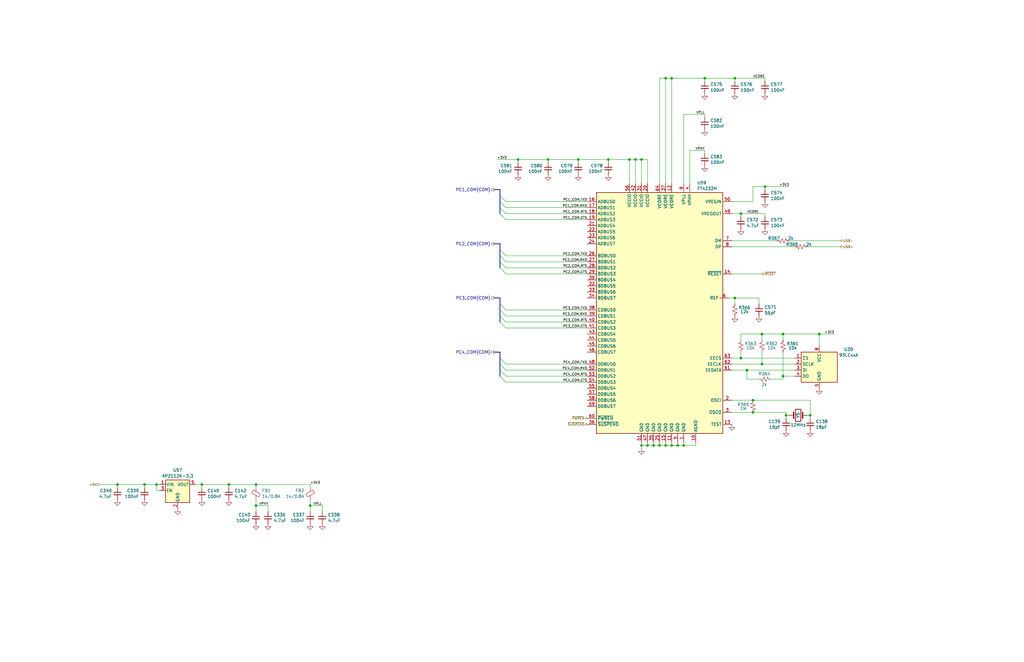
<source format=kicad_sch>
(kicad_sch (version 20250114) (generator "eeschema") (generator_version "9.0")
  (paper "B")
  (lib_symbols
    (symbol "Device:C_Small" (pin_numbers (hide yes)) (pin_names (offset 0.254) (hide yes))
      (property "Reference" "C" (at 0.254 1.778 0))
      (property "Value" "C_Small" (at 0.254 -2.032 0))
      (symbol "C_Small_0_1"
        (polyline (pts (xy -1.524 0.508) (xy 1.524 0.508)) (stroke (width 0.3048)))
        (polyline (pts (xy -1.524 -0.508) (xy 1.524 -0.508)) (stroke (width 0.3302)))
      )
      (symbol "C_Small_1_1"
        (pin passive line (at 0 2.54 270) (length 2.032) (name "~") (number "1"))
        (pin passive line (at 0 -2.54 90) (length 2.032) (name "~") (number "2"))
      )
    )
    (symbol "Device:Crystal" (pin_numbers (hide yes)) (pin_names (offset 1.016) (hide yes))
      (property "Reference" "Y" (at 0 3.81 0))
      (property "Value" "Crystal" (at 0 -3.81 0))
      (symbol "Crystal_0_1"
        (polyline (pts (xy -2.54 0) (xy -1.905 0)))
        (polyline (pts (xy -1.905 -1.27) (xy -1.905 1.27)) (stroke (width 0.508)))
        (rectangle (start -1.143 2.54) (end 1.143 -2.54) (stroke (width 0.3048)))
        (polyline (pts (xy 1.905 -1.27) (xy 1.905 1.27)) (stroke (width 0.508)))
        (polyline (pts (xy 2.54 0) (xy 1.905 0)))
      )
      (symbol "Crystal_1_1"
        (pin passive line (at -3.81 0 0) (length 1.27) (name "1") (number "1"))
        (pin passive line (at 3.81 0 180) (length 1.27) (name "2") (number "2"))
      )
    )
    (symbol "Device:FerriteBead_Small" (pin_numbers (hide yes)) (pin_names (offset 0))
      (property "Reference" "FB" (at 1.905 1.27 0))
      (property "Value" "FerriteBead_Small" (at 1.905 -1.27 0))
      (symbol "FerriteBead_Small_0_1"
        (polyline (pts (xy -1.8288 0.2794) (xy -1.1176 1.4986) (xy 1.8288 -0.2032) (xy 1.1176 -1.4224) (xy -1.8288 0.2794)))
        (polyline (pts (xy 0 0.889) (xy 0 1.2954)))
        (polyline (pts (xy 0 -1.27) (xy 0 -0.7874)))
      )
      (symbol "FerriteBead_Small_1_1"
        (pin passive line (at 0 2.54 270) (length 1.27) (name "~") (number "1"))
        (pin passive line (at 0 -2.54 90) (length 1.27) (name "~") (number "2"))
      )
    )
    (symbol "Device:R_Small_US" (pin_numbers (hide yes)) (pin_names (offset 0.254) (hide yes))
      (property "Reference" "R" (at 0.762 0.508 0))
      (property "Value" "R_Small_US" (at 0.762 -1.016 0))
      (symbol "R_Small_US_1_1"
        (polyline (pts (xy 0 1.524) (xy 1.016 1.143) (xy 0 0.762) (xy -1.016 0.381) (xy 0 0)))
        (polyline (pts (xy 0 0) (xy 1.016 -0.381) (xy 0 -0.762) (xy -1.016 -1.143) (xy 0 -1.524)))
        (pin passive line (at 0 2.54 270) (length 1.016) (name "~") (number "1"))
        (pin passive line (at 0 -2.54 90) (length 1.016) (name "~") (number "2"))
      )
    )
    (symbol "Interface_USB:FT4232H"
      (property "Reference" "U59" (at -15.8181 56.2145 0))
      (property "Value" "FT4232H" (at -15.8181 53.7902 0))
      (symbol "FT4232H_0_1"
        (rectangle (start -26.67 -49.53) (end 26.67 52.07) (stroke (width 0.254)) (fill (type background)))
      )
      (symbol "FT4232H_1_1"
        (pin power_in line (at -30.48 48.26 0) (length 3.81) (name "VREGIN") (number "50"))
        (pin power_out line (at -30.48 43.18 0) (length 3.81) (name "VREGOUT") (number "49"))
        (pin bidirectional line (at -30.48 31.75 0) (length 3.81) (name "DM") (number "7"))
        (pin bidirectional line (at -30.48 29.21 0) (length 3.81) (name "DP") (number "8"))
        (pin input line (at -30.48 17.78 0) (length 3.81) (name "~{RESET}") (number "14"))
        (pin output line (at -30.48 -17.78 0) (length 3.81) (name "EECS") (number "63"))
        (pin output line (at -30.48 -20.32 0) (length 3.81) (name "EECLK") (number "62"))
        (pin bidirectional line (at -30.48 -22.86 0) (length 3.81) (name "EEDATA") (number "61"))
        (pin input line (at -30.48 -35.56 0) (length 3.81) (name "OSCI") (number "2"))
        (pin output line (at -30.48 -40.64 0) (length 3.81) (name "OSCO") (number "3"))
        (pin input line (at -30.48 -45.72 0) (length 3.81) (name "TEST") (number "13"))
        (pin input line (at -29.21 7.62 0) (length 3.81) (name "REF") (number "6"))
        (pin power_in line (at -15.24 -53.34 90) (length 3.81) (name "AGND") (number "10"))
        (pin power_in line (at -12.7 55.88 270) (length 3.81) (name "VPHY") (number "4"))
        (pin power_in line (at -10.16 55.88 270) (length 3.81) (name "VPLL") (number "9"))
        (pin power_in line (at -10.16 -53.34 90) (length 3.81) (name "GND") (number "1"))
        (pin power_in line (at -7.62 -53.34 90) (length 3.81) (name "GND") (number "5"))
        (pin power_in line (at -5.08 55.88 270) (length 3.81) (name "VCORE") (number "12"))
        (pin power_in line (at -5.08 -53.34 90) (length 3.81) (name "GND") (number "11"))
        (pin power_in line (at -2.54 55.88 270) (length 3.81) (name "VCORE") (number "37"))
        (pin power_in line (at -2.54 -53.34 90) (length 3.81) (name "GND") (number "15"))
        (pin power_in line (at 0 55.88 270) (length 3.81) (name "VCORE") (number "64"))
        (pin power_in line (at 0 -53.34 90) (length 3.81) (name "GND") (number "25"))
        (pin power_in line (at 2.54 -53.34 90) (length 3.81) (name "GND") (number "35"))
        (pin power_in line (at 5.08 55.88 270) (length 3.81) (name "VCCIO") (number "20"))
        (pin power_in line (at 5.08 -53.34 90) (length 3.81) (name "GND") (number "47"))
        (pin power_in line (at 7.62 55.88 270) (length 3.81) (name "VCCIO") (number "31"))
        (pin power_in line (at 7.62 -53.34 90) (length 3.81) (name "GND") (number "51"))
        (pin power_in line (at 10.16 55.88 270) (length 3.81) (name "VCCIO") (number "42"))
        (pin power_in line (at 12.7 55.88 270) (length 3.81) (name "VCCIO") (number "56"))
        (pin bidirectional line (at 30.48 48.26 180) (length 3.81) (name "ADBUS0") (number "16"))
        (pin bidirectional line (at 30.48 45.72 180) (length 3.81) (name "ADBUS1") (number "17"))
        (pin bidirectional line (at 30.48 43.18 180) (length 3.81) (name "ADBUS2") (number "18"))
        (pin bidirectional line (at 30.48 40.64 180) (length 3.81) (name "ADBUS3") (number "19"))
        (pin bidirectional line (at 30.48 38.1 180) (length 3.81) (name "ADBUS4") (number "21"))
        (pin bidirectional line (at 30.48 35.56 180) (length 3.81) (name "ADBUS5") (number "22"))
        (pin bidirectional line (at 30.48 33.02 180) (length 3.81) (name "ADBUS6") (number "23"))
        (pin bidirectional line (at 30.48 30.48 180) (length 3.81) (name "ADBUS7") (number "24"))
        (pin bidirectional line (at 30.48 25.4 180) (length 3.81) (name "BDBUS0") (number "26"))
        (pin bidirectional line (at 30.48 22.86 180) (length 3.81) (name "BDBUS1") (number "27"))
        (pin bidirectional line (at 30.48 20.32 180) (length 3.81) (name "BDBUS2") (number "28"))
        (pin bidirectional line (at 30.48 17.78 180) (length 3.81) (name "BDBUS3") (number "29"))
        (pin bidirectional line (at 30.48 15.24 180) (length 3.81) (name "BDBUS4") (number "30"))
        (pin bidirectional line (at 30.48 12.7 180) (length 3.81) (name "BDBUS5") (number "32"))
        (pin bidirectional line (at 30.48 10.16 180) (length 3.81) (name "BDBUS6") (number "33"))
        (pin bidirectional line (at 30.48 7.62 180) (length 3.81) (name "BDBUS7") (number "34"))
        (pin bidirectional line (at 30.48 2.54 180) (length 3.81) (name "CDBUS0") (number "38"))
        (pin bidirectional line (at 30.48 0 180) (length 3.81) (name "CDBUS1") (number "39"))
        (pin bidirectional line (at 30.48 -2.54 180) (length 3.81) (name "CDBUS2") (number "40"))
        (pin bidirectional line (at 30.48 -5.08 180) (length 3.81) (name "CDBUS3") (number "41"))
        (pin bidirectional line (at 30.48 -7.62 180) (length 3.81) (name "CDBUS4") (number "43"))
        (pin bidirectional line (at 30.48 -10.16 180) (length 3.81) (name "CDBUS5") (number "44"))
        (pin bidirectional line (at 30.48 -12.7 180) (length 3.81) (name "CDBUS6") (number "45"))
        (pin bidirectional line (at 30.48 -15.24 180) (length 3.81) (name "CDBUS7") (number "46"))
        (pin bidirectional line (at 30.48 -20.32 180) (length 3.81) (name "DDBUS0") (number "48"))
        (pin bidirectional line (at 30.48 -22.86 180) (length 3.81) (name "DDBUS1") (number "52"))
        (pin bidirectional line (at 30.48 -25.4 180) (length 3.81) (name "DDBUS2") (number "53"))
        (pin bidirectional line (at 30.48 -27.94 180) (length 3.81) (name "DDBUS3") (number "54"))
        (pin bidirectional line (at 30.48 -30.48 180) (length 3.81) (name "DDBUS4") (number "55"))
        (pin bidirectional line (at 30.48 -33.02 180) (length 3.81) (name "DDBUS5") (number "57"))
        (pin bidirectional line (at 30.48 -35.56 180) (length 3.81) (name "DDBUS6") (number "58"))
        (pin bidirectional line (at 30.48 -38.1 180) (length 3.81) (name "DDBUS7") (number "59"))
        (pin output line (at 30.48 -43.18 180) (length 3.81) (name "~{PWREN}") (number "60"))
        (pin output line (at 30.48 -45.72 180) (length 3.81) (name "~{SUSPEND}") (number "36"))
      )
    )
    (symbol "Memory_EEPROM:93LCxxA"
      (property "Reference" "U30" (at -12.4241 8.7866 0))
      (property "Value" "93LCxxA" (at -12.4241 6.3623 0))
      (symbol "93LCxxA_1_1"
        (rectangle (start -7.62 7.62) (end 7.62 -5.08) (stroke (width 0.254)) (fill (type background)))
        (pin no_connect line (at -7.62 0 0) (length 2.54) (hide yes) (name "NC") (number "6"))
        (pin no_connect line (at -7.62 -2.54 0) (length 2.54) (hide yes) (name "NC") (number "7"))
        (pin power_in line (at 0 10.16 270) (length 2.54) (name "VCC") (number "8"))
        (pin power_in line (at 0 -7.62 90) (length 2.54) (name "GND") (number "5"))
        (pin input line (at 10.16 5.08 180) (length 2.54) (name "CS") (number "1"))
        (pin input line (at 10.16 2.54 180) (length 2.54) (name "SCLK") (number "2"))
        (pin input line (at 10.16 0 180) (length 2.54) (name "DI") (number "3"))
        (pin tri_state line (at 10.16 -2.54 180) (length 2.54) (name "DO") (number "4"))
      )
    )
    (symbol "Regulator_Linear:AP2112K-3.3" (pin_names (offset 0.254))
      (property "Reference" "U" (at -5.08 5.715 0))
      (property "Value" "AP2112K-3.3" (at 0 5.715 0))
      (symbol "AP2112K-3.3_0_1"
        (rectangle (start -5.08 4.445) (end 5.08 -5.08) (stroke (width 0.254)) (fill (type background)))
      )
      (symbol "AP2112K-3.3_1_1"
        (pin power_in line (at -7.62 2.54 0) (length 2.54) (name "VIN") (number "1"))
        (pin input line (at -7.62 0 0) (length 2.54) (name "EN") (number "3"))
        (pin power_in line (at 0 -7.62 90) (length 2.54) (name "GND") (number "2"))
        (pin no_connect line (at 5.08 0 180) (length 2.54) (hide yes) (name "NC") (number "4"))
        (pin power_out line (at 7.62 2.54 180) (length 2.54) (name "VOUT") (number "5"))
      )
    )
    (symbol "power:GND" (power) (pin_numbers (hide yes)) (pin_names (offset 0) (hide yes))
      (property "Value" "GND" (at 0 -3.81 0))
      (symbol "GND_0_1"
        (polyline (pts (xy 0 0) (xy 0 -1.27) (xy 1.27 -1.27) (xy 0 -2.54) (xy -1.27 -1.27) (xy 0 -1.27)))
      )
      (symbol "GND_1_1"
        (pin power_in line (at 0 0 270) (length 0) (name "~") (number "1"))
      )
    )
  )
  (junction (at 256.54 67.31))
  (junction (at 297.18 33.02))
  (junction (at 265.43 67.31))
  (junction (at 345.44 140.97))
  (junction (at 130.81 213.36))
  (junction (at 317.5 173.99))
  (junction (at 283.21 33.02))
  (junction (at 49.53 204.47))
  (junction (at 317.5 168.91))
  (junction (at 273.05 187.96))
  (junction (at 321.31 140.97))
  (junction (at 331.47 175.26))
  (junction (at 66.04 204.47))
  (junction (at 267.97 67.31))
  (junction (at 231.14 67.31))
  (junction (at 285.75 187.96))
  (junction (at 330.2 140.97))
  (junction (at 312.42 90.17))
  (junction (at 218.44 67.31))
  (junction (at 270.51 67.31))
  (junction (at 321.31 153.67))
  (junction (at 107.95 213.36))
  (junction (at 270.51 187.96))
  (junction (at 96.52 204.47))
  (junction (at 288.29 187.96))
  (junction (at 280.67 33.02))
  (junction (at 330.2 158.75))
  (junction (at 243.84 67.31))
  (junction (at 341.63 175.26))
  (junction (at 312.42 151.13))
  (junction (at 280.67 187.96))
  (junction (at 309.88 33.02))
  (junction (at 60.96 204.47))
  (junction (at 107.95 204.47))
  (junction (at 322.58 78.74))
  (junction (at 275.59 187.96))
  (junction (at 314.96 156.21))
  (junction (at 278.13 187.96))
  (junction (at 309.88 125.73))
  (junction (at 283.21 187.96))
  (junction (at 85.09 204.47))
  (bus_entry (at 210.82 135.89) (size 2.54 2.54))
  (bus_entry (at 210.82 130.81) (size 2.54 2.54))
  (bus_entry (at 210.82 158.75) (size 2.54 2.54))
  (bus_entry (at 210.82 153.67) (size 2.54 2.54))
  (bus_entry (at 210.82 87.63) (size 2.54 2.54))
  (bus_entry (at 210.82 107.95) (size 2.54 2.54))
  (bus_entry (at 210.82 156.21) (size 2.54 2.54))
  (bus_entry (at 210.82 113.03) (size 2.54 2.54))
  (bus_entry (at 210.82 128.27) (size 2.54 2.54))
  (bus_entry (at 210.82 90.17) (size 2.54 2.54))
  (bus_entry (at 210.82 110.49) (size 2.54 2.54))
  (bus_entry (at 210.82 151.13) (size 2.54 2.54))
  (bus_entry (at 210.82 82.55) (size 2.54 2.54))
  (bus_entry (at 210.82 85.09) (size 2.54 2.54))
  (bus_entry (at 210.82 133.35) (size 2.54 2.54))
  (bus_entry (at 210.82 105.41) (size 2.54 2.54))
  (wire (pts (xy 243.84 67.31) (xy 231.14 67.31)))
  (wire (pts (xy 320.04 128.27) (xy 320.04 125.73)))
  (wire (pts (xy 351.79 140.97) (xy 345.44 140.97)))
  (wire (pts (xy 213.36 87.63) (xy 247.65 87.63)))
  (bus (pts (xy 210.82 85.09) (xy 210.82 87.63)))
  (wire (pts (xy 309.88 125.73) (xy 309.88 128.27)))
  (wire (pts (xy 278.13 186.69) (xy 278.13 187.96)))
  (wire (pts (xy 297.18 63.5) (xy 290.83 63.5)))
  (wire (pts (xy 308.61 101.6) (xy 327.66 101.6)))
  (wire (pts (xy 288.29 187.96) (xy 293.37 187.96)))
  (wire (pts (xy 267.97 67.31) (xy 270.51 67.31)))
  (wire (pts (xy 312.42 140.97) (xy 312.42 143.51)))
  (bus (pts (xy 208.28 148.59) (xy 210.82 148.59)))
  (wire (pts (xy 317.5 78.74) (xy 322.58 78.74)))
  (wire (pts (xy 341.63 176.53) (xy 341.63 175.26)))
  (wire (pts (xy 320.04 160.02) (xy 314.96 160.02)))
  (wire (pts (xy 280.67 33.02) (xy 278.13 33.02)))
  (wire (pts (xy 270.51 67.31) (xy 270.51 77.47)))
  (wire (pts (xy 113.03 213.36) (xy 113.03 215.9)))
  (bus (pts (xy 210.82 133.35) (xy 210.82 135.89)))
  (wire (pts (xy 308.61 90.17) (xy 312.42 90.17)))
  (wire (pts (xy 317.5 85.09) (xy 317.5 78.74)))
  (wire (pts (xy 332.74 101.6) (xy 354.33 101.6)))
  (wire (pts (xy 331.47 173.99) (xy 331.47 175.26)))
  (wire (pts (xy 312.42 148.59) (xy 312.42 151.13)))
  (bus (pts (xy 208.28 80.01) (xy 210.82 80.01)))
  (wire (pts (xy 308.61 85.09) (xy 317.5 85.09)))
  (wire (pts (xy 213.36 85.09) (xy 247.65 85.09)))
  (wire (pts (xy 107.95 204.47) (xy 130.81 204.47)))
  (wire (pts (xy 314.96 156.21) (xy 314.96 160.02)))
  (wire (pts (xy 213.36 138.43) (xy 247.65 138.43)))
  (wire (pts (xy 213.36 90.17) (xy 247.65 90.17)))
  (wire (pts (xy 331.47 176.53) (xy 331.47 175.26)))
  (wire (pts (xy 130.81 205.74) (xy 130.81 204.47)))
  (wire (pts (xy 85.09 204.47) (xy 96.52 204.47)))
  (wire (pts (xy 288.29 48.26) (xy 288.29 77.47)))
  (bus (pts (xy 210.82 110.49) (xy 210.82 113.03)))
  (wire (pts (xy 321.31 115.57) (xy 308.61 115.57)))
  (wire (pts (xy 256.54 67.31) (xy 265.43 67.31)))
  (wire (pts (xy 280.67 187.96) (xy 283.21 187.96)))
  (wire (pts (xy 130.81 213.36) (xy 130.81 215.9)))
  (bus (pts (xy 210.82 153.67) (xy 210.82 156.21)))
  (wire (pts (xy 283.21 33.02) (xy 297.18 33.02)))
  (wire (pts (xy 66.04 204.47) (xy 67.31 204.47)))
  (wire (pts (xy 135.89 213.36) (xy 130.81 213.36)))
  (wire (pts (xy 308.61 151.13) (xy 312.42 151.13)))
  (bus (pts (xy 210.82 148.59) (xy 210.82 151.13)))
  (wire (pts (xy 309.88 33.02) (xy 297.18 33.02)))
  (wire (pts (xy 288.29 187.96) (xy 285.75 187.96)))
  (wire (pts (xy 49.53 205.74) (xy 49.53 204.47)))
  (wire (pts (xy 321.31 153.67) (xy 335.28 153.67)))
  (bus (pts (xy 210.82 128.27) (xy 210.82 130.81)))
  (wire (pts (xy 283.21 187.96) (xy 285.75 187.96)))
  (wire (pts (xy 213.36 156.21) (xy 247.65 156.21)))
  (wire (pts (xy 280.67 33.02) (xy 280.67 77.47)))
  (wire (pts (xy 317.5 173.99) (xy 331.47 173.99)))
  (wire (pts (xy 265.43 67.31) (xy 267.97 67.31)))
  (wire (pts (xy 321.31 140.97) (xy 312.42 140.97)))
  (wire (pts (xy 309.88 33.02) (xy 322.58 33.02)))
  (wire (pts (xy 322.58 91.44) (xy 322.58 90.17)))
  (wire (pts (xy 231.14 68.58) (xy 231.14 67.31)))
  (wire (pts (xy 309.88 34.29) (xy 309.88 33.02)))
  (wire (pts (xy 96.52 205.74) (xy 96.52 204.47)))
  (wire (pts (xy 213.36 133.35) (xy 247.65 133.35)))
  (wire (pts (xy 213.36 113.03) (xy 247.65 113.03)))
  (wire (pts (xy 213.36 153.67) (xy 247.65 153.67)))
  (wire (pts (xy 107.95 213.36) (xy 107.95 210.82)))
  (wire (pts (xy 322.58 34.29) (xy 322.58 33.02)))
  (wire (pts (xy 308.61 173.99) (xy 317.5 173.99)))
  (wire (pts (xy 321.31 140.97) (xy 321.31 143.51)))
  (wire (pts (xy 275.59 187.96) (xy 273.05 187.96)))
  (bus (pts (xy 210.82 82.55) (xy 210.82 85.09)))
  (wire (pts (xy 321.31 148.59) (xy 321.31 153.67)))
  (wire (pts (xy 107.95 205.74) (xy 107.95 204.47)))
  (wire (pts (xy 314.96 156.21) (xy 335.28 156.21)))
  (wire (pts (xy 293.37 186.69) (xy 293.37 187.96)))
  (wire (pts (xy 135.89 213.36) (xy 135.89 215.9)))
  (wire (pts (xy 330.2 158.75) (xy 335.28 158.75)))
  (wire (pts (xy 267.97 67.31) (xy 267.97 77.47)))
  (bus (pts (xy 208.28 125.73) (xy 210.82 125.73)))
  (wire (pts (xy 312.42 151.13) (xy 335.28 151.13)))
  (bus (pts (xy 210.82 105.41) (xy 210.82 107.95)))
  (wire (pts (xy 322.58 78.74) (xy 332.74 78.74)))
  (wire (pts (xy 270.51 186.69) (xy 270.51 187.96)))
  (wire (pts (xy 283.21 33.02) (xy 283.21 77.47)))
  (wire (pts (xy 330.2 160.02) (xy 330.2 158.75)))
  (wire (pts (xy 213.36 158.75) (xy 247.65 158.75)))
  (wire (pts (xy 96.52 204.47) (xy 107.95 204.47)))
  (wire (pts (xy 113.03 213.36) (xy 107.95 213.36)))
  (wire (pts (xy 85.09 204.47) (xy 85.09 205.74)))
  (bus (pts (xy 210.82 107.95) (xy 210.82 110.49)))
  (wire (pts (xy 320.04 125.73) (xy 309.88 125.73)))
  (wire (pts (xy 325.12 160.02) (xy 330.2 160.02)))
  (wire (pts (xy 209.55 67.31) (xy 218.44 67.31)))
  (wire (pts (xy 297.18 49.53) (xy 297.18 48.26)))
  (wire (pts (xy 256.54 68.58) (xy 256.54 67.31)))
  (wire (pts (xy 330.2 158.75) (xy 330.2 148.59)))
  (wire (pts (xy 67.31 207.01) (xy 66.04 207.01)))
  (wire (pts (xy 345.44 140.97) (xy 345.44 146.05)))
  (wire (pts (xy 273.05 186.69) (xy 273.05 187.96)))
  (wire (pts (xy 275.59 186.69) (xy 275.59 187.96)))
  (wire (pts (xy 107.95 213.36) (xy 107.95 215.9)))
  (wire (pts (xy 243.84 67.31) (xy 256.54 67.31)))
  (wire (pts (xy 308.61 104.14) (xy 335.28 104.14)))
  (bus (pts (xy 210.82 87.63) (xy 210.82 90.17)))
  (wire (pts (xy 273.05 67.31) (xy 270.51 67.31)))
  (wire (pts (xy 331.47 175.26) (xy 332.74 175.26)))
  (wire (pts (xy 312.42 90.17) (xy 322.58 90.17)))
  (wire (pts (xy 341.63 175.26) (xy 340.36 175.26)))
  (wire (pts (xy 60.96 204.47) (xy 66.04 204.47)))
  (bus (pts (xy 210.82 80.01) (xy 210.82 82.55)))
  (wire (pts (xy 213.36 161.29) (xy 247.65 161.29)))
  (wire (pts (xy 130.81 213.36) (xy 130.81 210.82)))
  (wire (pts (xy 41.91 204.47) (xy 49.53 204.47)))
  (wire (pts (xy 66.04 207.01) (xy 66.04 204.47)))
  (wire (pts (xy 308.61 168.91) (xy 317.5 168.91)))
  (wire (pts (xy 273.05 187.96) (xy 270.51 187.96)))
  (bus (pts (xy 210.82 151.13) (xy 210.82 153.67)))
  (wire (pts (xy 49.53 204.47) (xy 60.96 204.47)))
  (wire (pts (xy 297.18 64.77) (xy 297.18 63.5)))
  (wire (pts (xy 283.21 33.02) (xy 280.67 33.02)))
  (wire (pts (xy 280.67 187.96) (xy 278.13 187.96)))
  (wire (pts (xy 270.51 187.96) (xy 270.51 189.23)))
  (wire (pts (xy 317.5 168.91) (xy 341.63 168.91)))
  (wire (pts (xy 213.36 135.89) (xy 247.65 135.89)))
  (wire (pts (xy 280.67 186.69) (xy 280.67 187.96)))
  (wire (pts (xy 60.96 204.47) (xy 60.96 205.74)))
  (wire (pts (xy 213.36 115.57) (xy 247.65 115.57)))
  (wire (pts (xy 213.36 130.81) (xy 247.65 130.81)))
  (wire (pts (xy 278.13 187.96) (xy 275.59 187.96)))
  (bus (pts (xy 210.82 125.73) (xy 210.82 128.27)))
  (wire (pts (xy 297.18 48.26) (xy 288.29 48.26)))
  (wire (pts (xy 283.21 186.69) (xy 283.21 187.96)))
  (wire (pts (xy 288.29 186.69) (xy 288.29 187.96)))
  (wire (pts (xy 213.36 107.95) (xy 247.65 107.95)))
  (wire (pts (xy 330.2 140.97) (xy 321.31 140.97)))
  (wire (pts (xy 243.84 68.58) (xy 243.84 67.31)))
  (wire (pts (xy 82.55 204.47) (xy 85.09 204.47)))
  (wire (pts (xy 341.63 168.91) (xy 341.63 175.26)))
  (wire (pts (xy 312.42 90.17) (xy 312.42 91.44)))
  (wire (pts (xy 265.43 67.31) (xy 265.43 77.47)))
  (wire (pts (xy 308.61 153.67) (xy 321.31 153.67)))
  (wire (pts (xy 345.44 140.97) (xy 330.2 140.97)))
  (wire (pts (xy 213.36 110.49) (xy 247.65 110.49)))
  (wire (pts (xy 297.18 34.29) (xy 297.18 33.02)))
  (bus (pts (xy 210.82 156.21) (xy 210.82 158.75)))
  (wire (pts (xy 213.36 92.71) (xy 247.65 92.71)))
  (bus (pts (xy 210.82 130.81) (xy 210.82 133.35)))
  (wire (pts (xy 308.61 156.21) (xy 314.96 156.21)))
  (wire (pts (xy 322.58 80.01) (xy 322.58 78.74)))
  (wire (pts (xy 290.83 63.5) (xy 290.83 77.47)))
  (wire (pts (xy 273.05 67.31) (xy 273.05 77.47)))
  (wire (pts (xy 309.88 125.73) (xy 307.34 125.73)))
  (wire (pts (xy 285.75 186.69) (xy 285.75 187.96)))
  (wire (pts (xy 330.2 140.97) (xy 330.2 143.51)))
  (wire (pts (xy 340.36 104.14) (xy 354.33 104.14)))
  (bus (pts (xy 210.82 102.87) (xy 210.82 105.41)))
  (wire (pts (xy 278.13 33.02) (xy 278.13 77.47)))
  (wire (pts (xy 231.14 67.31) (xy 218.44 67.31)))
  (bus (pts (xy 208.28 102.87) (xy 210.82 102.87)))
  (wire (pts (xy 218.44 68.58) (xy 218.44 67.31)))
  (label "PC1_COM.RXD" (at 247.65 87.63 180) (effects (font (size 1 1))))
  (label "VPLL" (at 132.08 213.36 0) (effects (font (size 1 1))))
  (label "PC1_COM.CTS" (at 247.65 92.71 180) (effects (font (size 1 1))))
  (label "VPHY" (at 297.18 63.5 180) (effects (font (size 1 1))))
  (label "VPLL" (at 297.18 48.26 180) (effects (font (size 1 1))))
  (label "PC3_COM.CTS" (at 247.65 138.43 180) (effects (font (size 1 1))))
  (label "PC2_COM.RXD" (at 247.65 110.49 180) (effects (font (size 1 1))))
  (label "+3V3" (at 351.79 140.97 180) (effects (font (size 1 1))))
  (label "PC1_COM.TXD" (at 247.65 85.09 180) (effects (font (size 1 1))))
  (label "PC4_COM.RTS" (at 247.65 158.75 180) (effects (font (size 1 1))))
  (label "PC4_COM.CTS" (at 247.65 161.29 180) (effects (font (size 1 1))))
  (label "PC2_COM.RTS" (at 247.65 113.03 180) (effects (font (size 1 1))))
  (label "PC4_COM.TXD" (at 247.65 153.67 180) (effects (font (size 1 1))))
  (label "+3V3" (at 130.81 204.47 0) (effects (font (size 1 1))))
  (label "PC3_COM.RXD" (at 247.65 133.35 180) (effects (font (size 1 1))))
  (label "VCORE" (at 314.96 90.17 0) (effects (font (size 1 1))))
  (label "PC2_COM.TXD" (at 247.65 107.95 180) (effects (font (size 1 1))))
  (label "PC4_COM.RXD" (at 247.65 156.21 180) (effects (font (size 1 1))))
  (label "PC1_COM.RTS" (at 247.65 90.17 180) (effects (font (size 1 1))))
  (label "PC3_COM.RTS" (at 247.65 135.89 180) (effects (font (size 1 1))))
  (label "VCORE" (at 322.58 33.02 180) (effects (font (size 1 1))))
  (label "VPHY" (at 109.22 213.36 0) (effects (font (size 1 1))))
  (label "+3V3" (at 332.74 78.74 180) (effects (font (size 1 1))))
  (label "PC2_COM.CTS" (at 247.65 115.57 180) (effects (font (size 1 1))))
  (label "+3V3" (at 209.55 67.31 0) (effects (font (size 1 1))))
  (label "PC3_COM.TXD" (at 247.65 130.81 180) (effects (font (size 1 1))))
  (hierarchical_label "PC4_COM{COM}" (shape output) (at 208.28 148.59 180))
  (hierarchical_label "~{PWREN}" (shape bidirectional) (at 247.65 176.53 180) (effects (font (size 1 1))))
  (hierarchical_label "+5V" (shape input) (at 41.91 204.47 180) (effects (font (size 1 1))))
  (hierarchical_label "~{RESET}" (shape bidirectional) (at 321.31 115.57 0) (effects (font (size 1 1))))
  (hierarchical_label "PC3_COM{COM}" (shape output) (at 208.28 125.73 180))
  (hierarchical_label "USB-" (shape bidirectional) (at 354.33 101.6 0) (effects (font (size 1 1))))
  (hierarchical_label "PC1_COM{COM}" (shape output) (at 208.28 80.01 180))
  (hierarchical_label "USB+" (shape bidirectional) (at 354.33 104.14 0) (effects (font (size 1 1))))
  (hierarchical_label "PC2_COM{COM}" (shape output) (at 208.28 102.87 180))
  (hierarchical_label "~{SUSPEND}" (shape bidirectional) (at 247.65 179.07 180) (effects (font (size 1 1))))
  (symbol (lib_id "Device:R_Small_US") (at 312.42 146.05 0) (mirror y) (unit 1)
    (property "Reference" "R363" (at 316.484 145.034 0))
    (property "Value" "10k" (at 316.484 146.812 0))
    (property "Description" "Resistor, small US symbol" (effects (hide yes)))
  )
  (symbol (lib_id "power:GND") (at 231.14 73.66 0) (mirror y) (unit 1)
    (property "Reference" "#PWR0751" (effects (hide yes)))
    (property "Value" "GND" (effects (hide yes)))
    (property "Description" "Power symbol creates a global label with name \"GND\" , ground" (effects (hide yes)))
  )
  (symbol (lib_id "power:GND") (at 85.09 210.82 0) (mirror y) (unit 1)
    (property "Reference" "#PWR0263" (effects (hide yes)))
    (property "Value" "GND" (effects (hide yes)))
    (property "Description" "Power symbol creates a global label with name \"GND\" , ground" (effects (hide yes)))
  )
  (symbol (lib_id "Device:R_Small_US") (at 321.31 146.05 0) (mirror y) (unit 1)
    (property "Reference" "R362" (at 325.374 145.034 0))
    (property "Value" "10k" (at 325.374 146.812 0))
    (property "Description" "Resistor, small US symbol" (effects (hide yes)))
  )
  (symbol (lib_id "power:GND") (at 74.93 214.63 0) (unit 1)
    (property "Reference" "#PWR0532" (effects (hide yes)))
    (property "Value" "GND" (effects (hide yes)))
    (property "Description" "Power symbol creates a global label with name \"GND\" , ground" (effects (hide yes)))
  )
  (symbol (lib_id "power:GND") (at 49.53 210.82 0) (unit 1)
    (property "Reference" "#PWR0531" (effects (hide yes)))
    (property "Value" "GND" (effects (hide yes)))
    (property "Description" "Power symbol creates a global label with name \"GND\" , ground" (effects (hide yes)))
  )
  (symbol (lib_id "Device:C_Small") (at 218.44 71.12 0) (mirror y) (unit 1)
    (property "Reference" "C581" (at 216.1159 69.9141 0) (effects (justify left)))
    (property "Value" "100nF" (at 216.1159 72.3384 0) (effects (justify left)))
    (property "Description" "Unpolarized capacitor, small symbol" (effects (hide yes)))
  )
  (symbol (lib_id "Device:C_Small") (at 231.14 71.12 0) (mirror y) (unit 1)
    (property "Reference" "C580" (at 228.8159 69.9141 0) (effects (justify left)))
    (property "Value" "100nF" (at 228.8159 72.3384 0) (effects (justify left)))
    (property "Description" "Unpolarized capacitor, small symbol" (effects (hide yes)))
  )
  (symbol (lib_id "Device:FerriteBead_Small") (at 107.95 208.28 0) (unit 1)
    (property "Reference" "FB1" (at 110.4138 207.0297 0) (effects (justify left)))
    (property "Value" "1k/0.8A" (at 110.4138 209.454 0) (effects (justify left)))
    (property "Description" "Ferrite bead, small symbol" (effects (hide yes)))
  )
  (symbol (lib_id "power:GND") (at 218.44 73.66 0) (mirror y) (unit 1)
    (property "Reference" "#PWR0752" (effects (hide yes)))
    (property "Value" "GND" (effects (hide yes)))
    (property "Description" "Power symbol creates a global label with name \"GND\" , ground" (effects (hide yes)))
  )
  (symbol (lib_id "power:GND") (at 297.18 69.85 0) (unit 1)
    (property "Reference" "#PWR0754" (effects (hide yes)))
    (property "Value" "GND" (effects (hide yes)))
    (property "Description" "Power symbol creates a global label with name \"GND\" , ground" (effects (hide yes)))
  )
  (symbol (lib_id "power:GND") (at 113.03 220.98 0) (mirror y) (unit 1)
    (property "Reference" "#PWR0289" (effects (hide yes)))
    (property "Value" "GND" (effects (hide yes)))
    (property "Description" "Power symbol creates a global label with name \"GND\" , ground" (effects (hide yes)))
  )
  (symbol (lib_id "power:GND") (at 331.47 181.61 0) (mirror y) (unit 1)
    (property "Reference" "#PWR0237" (effects (hide yes)))
    (property "Value" "GND" (effects (hide yes)))
    (property "Description" "Power symbol creates a global label with name \"GND\" , ground" (effects (hide yes)))
  )
  (symbol (lib_id "power:GND") (at 243.84 73.66 0) (mirror y) (unit 1)
    (property "Reference" "#PWR0750" (effects (hide yes)))
    (property "Value" "GND" (effects (hide yes)))
    (property "Description" "Power symbol creates a global label with name \"GND\" , ground" (effects (hide yes)))
  )
  (symbol (lib_id "power:GND") (at 309.88 133.35 0) (unit 1)
    (property "Reference" "#PWR0741" (effects (hide yes)))
    (property "Value" "GND" (effects (hide yes)))
    (property "Description" "Power symbol creates a global label with name \"GND\" , ground" (effects (hide yes)))
  )
  (symbol (lib_id "Device:C_Small") (at 322.58 93.98 0) (unit 1)
    (property "Reference" "C573" (at 324.9041 92.7741 0) (effects (justify left)))
    (property "Value" "100nF" (at 324.9041 95.1984 0) (effects (justify left)))
    (property "Description" "Unpolarized capacitor, small symbol" (effects (hide yes)))
  )
  (symbol (lib_id "Device:C_Small") (at 341.63 179.07 0) (unit 1)
    (property "Reference" "C138" (at 343.9541 177.8641 0) (effects (justify left)))
    (property "Value" "18pF" (at 343.9541 180.2884 0) (effects (justify left)))
    (property "Description" "Unpolarized capacitor, small symbol" (effects (hide yes)))
  )
  (symbol (lib_id "Device:R_Small_US") (at 337.82 104.14 90) (mirror x) (unit 1)
    (property "Reference" "R368" (at 334.01 103.124 90))
    (property "Value" "2k" (at 341.122 103.124 90))
    (property "Description" "Resistor, small US symbol" (effects (hide yes)))
  )
  (symbol (lib_id "power:GND") (at 297.18 54.61 0) (unit 1)
    (property "Reference" "#PWR0753" (effects (hide yes)))
    (property "Value" "GND" (effects (hide yes)))
    (property "Description" "Power symbol creates a global label with name \"GND\" , ground" (effects (hide yes)))
  )
  (symbol (lib_id "Device:C_Small") (at 60.96 208.28 0) (mirror y) (unit 1)
    (property "Reference" "C339" (at 58.6359 207.0741 0) (effects (justify left)))
    (property "Value" "100nF" (at 58.6359 209.4984 0) (effects (justify left)))
    (property "Description" "Unpolarized capacitor, small symbol" (effects (hide yes)))
  )
  (symbol (lib_id "Device:R_Small_US") (at 309.88 130.81 0) (mirror y) (unit 1)
    (property "Reference" "R366" (at 313.944 129.794 0))
    (property "Value" "12k" (at 313.944 131.572 0))
    (property "Description" "Resistor, small US symbol" (effects (hide yes)))
  )
  (symbol (lib_id "Device:Crystal") (at 336.55 175.26 0) (unit 1)
    (property "Reference" "Y5" (at 336.55 175.26 90))
    (property "Value" "12MHz" (at 336.55 179.324 0))
    (property "Datasheet" "https://abracon.com/Resonators/ABS07.pdf" (effects (hide yes)))
    (property "Description" "Two pin crystal" (effects (hide yes)))
  )
  (symbol (lib_id "Device:C_Small") (at 113.03 218.44 0) (unit 1)
    (property "Reference" "C336" (at 115.3541 217.2341 0) (effects (justify left)))
    (property "Value" "4.7uF" (at 115.3541 219.6584 0) (effects (justify left)))
    (property "Description" "Unpolarized capacitor, small symbol" (effects (hide yes)))
  )
  (symbol (lib_id "Device:R_Small_US") (at 317.5 171.45 0) (mirror x) (unit 1)
    (property "Reference" "R365" (at 313.436 170.688 0))
    (property "Value" "1M" (at 313.436 172.466 0))
    (property "Description" "Resistor, small US symbol" (effects (hide yes)))
  )
  (symbol (lib_id "Device:R_Small_US") (at 330.2 146.05 0) (mirror y) (unit 1)
    (property "Reference" "R361" (at 334.264 145.034 0))
    (property "Value" "10k" (at 334.264 146.812 0))
    (property "Description" "Resistor, small US symbol" (effects (hide yes)))
  )
  (symbol (lib_id "Device:C_Small") (at 320.04 130.81 0) (unit 1)
    (property "Reference" "C571" (at 322.3641 129.6041 0) (effects (justify left)))
    (property "Value" "56pF" (at 322.3641 132.0284 0) (effects (justify left)))
    (property "Description" "Unpolarized capacitor, small symbol" (effects (hide yes)))
  )
  (symbol (lib_id "Device:C_Small") (at 312.42 93.98 0) (unit 1)
    (property "Reference" "C572" (at 314.7441 92.7741 0) (effects (justify left)))
    (property "Value" "4.7uF" (at 314.7441 95.1984 0) (effects (justify left)))
    (property "Description" "Unpolarized capacitor, small symbol" (effects (hide yes)))
  )
  (symbol (lib_id "Device:R_Small_US") (at 330.2 101.6 90) (mirror x) (unit 1)
    (property "Reference" "R367" (at 326.39 100.584 90))
    (property "Value" "2k" (at 333.502 100.584 90))
    (property "Description" "Resistor, small US symbol" (effects (hide yes)))
  )
  (symbol (lib_id "power:GND") (at 96.52 210.82 0) (mirror y) (unit 1)
    (property "Reference" "#PWR0287" (effects (hide yes)))
    (property "Value" "GND" (effects (hide yes)))
    (property "Description" "Power symbol creates a global label with name \"GND\" , ground" (effects (hide yes)))
  )
  (symbol (lib_id "Device:C_Small") (at 49.53 208.28 0) (mirror y) (unit 1)
    (property "Reference" "C340" (at 47.2059 207.0741 0) (effects (justify left)))
    (property "Value" "4.7uF" (at 47.2059 209.4984 0) (effects (justify left)))
    (property "Description" "Unpolarized capacitor, small symbol" (effects (hide yes)))
  )
  (symbol (lib_id "power:GND") (at 135.89 220.98 0) (mirror y) (unit 1)
    (property "Reference" "#PWR0291" (effects (hide yes)))
    (property "Value" "GND" (effects (hide yes)))
    (property "Description" "Power symbol creates a global label with name \"GND\" , ground" (effects (hide yes)))
  )
  (symbol (lib_id "Device:C_Small") (at 130.81 218.44 0) (mirror y) (unit 1)
    (property "Reference" "C337" (at 128.4859 217.2341 0) (effects (justify left)))
    (property "Value" "100nF" (at 128.4859 219.6584 0) (effects (justify left)))
    (property "Description" "Unpolarized capacitor, small symbol" (effects (hide yes)))
  )
  (symbol (lib_id "Device:C_Small") (at 107.95 218.44 0) (mirror y) (unit 1)
    (property "Reference" "C143" (at 105.6259 217.2341 0) (effects (justify left)))
    (property "Value" "100nF" (at 105.6259 219.6584 0) (effects (justify left)))
    (property "Description" "Unpolarized capacitor, small symbol" (effects (hide yes)))
  )
  (symbol (lib_id "power:GND") (at 256.54 73.66 0) (mirror y) (unit 1)
    (property "Reference" "#PWR0749" (effects (hide yes)))
    (property "Value" "GND" (effects (hide yes)))
    (property "Description" "Power symbol creates a global label with name \"GND\" , ground" (effects (hide yes)))
  )
  (symbol (lib_id "power:GND") (at 312.42 96.52 0) (unit 1)
    (property "Reference" "#PWR0743" (effects (hide yes)))
    (property "Value" "GND" (effects (hide yes)))
    (property "Description" "Power symbol creates a global label with name \"GND\" , ground" (effects (hide yes)))
  )
  (symbol (lib_id "Regulator_Linear:AP2112K-3.3") (at 74.93 207.01 0) (unit 1)
    (property "Reference" "U57" (at 74.93 198.4205 0))
    (property "Value" "AP2112K-3.3" (at 74.93 200.8448 0))
    (property "Footprint" "Package_TO_SOT_SMD:SOT-23-5" (effects (hide yes)))
    (property "Datasheet" "https://www.diodes.com/assets/Datasheets/AP2112.pdf" (effects (hide yes)))
    (property "Description" "600mA low dropout linear regulator, with enable pin, 3.8V-6V input voltage range, 3.3V fixed positive output, SOT-23-5" (effects (hide yes)))
  )
  (symbol (lib_id "Device:C_Small") (at 96.52 208.28 0) (unit 1)
    (property "Reference" "C142" (at 98.8441 207.0741 0) (effects (justify left)))
    (property "Value" "4.7uF" (at 98.8441 209.4984 0) (effects (justify left)))
    (property "Description" "Unpolarized capacitor, small symbol" (effects (hide yes)))
  )
  (symbol (lib_id "power:GND") (at 320.04 133.35 0) (unit 1)
    (property "Reference" "#PWR0742" (effects (hide yes)))
    (property "Value" "GND" (effects (hide yes)))
    (property "Description" "Power symbol creates a global label with name \"GND\" , ground" (effects (hide yes)))
  )
  (symbol (lib_id "Device:C_Small") (at 331.47 179.07 0) (mirror y) (unit 1)
    (property "Reference" "C139" (at 329.1459 177.8641 0) (effects (justify left)))
    (property "Value" "18pF" (at 329.1459 180.2884 0) (effects (justify left)))
    (property "Description" "Unpolarized capacitor, small symbol" (effects (hide yes)))
  )
  (symbol (lib_id "power:GND") (at 60.96 210.82 0) (unit 1)
    (property "Reference" "#PWR0530" (effects (hide yes)))
    (property "Value" "GND" (effects (hide yes)))
    (property "Description" "Power symbol creates a global label with name \"GND\" , ground" (effects (hide yes)))
  )
  (symbol (lib_id "power:GND") (at 322.58 39.37 0) (unit 1)
    (property "Reference" "#PWR0748" (effects (hide yes)))
    (property "Value" "GND" (effects (hide yes)))
    (property "Description" "Power symbol creates a global label with name \"GND\" , ground" (effects (hide yes)))
  )
  (symbol (lib_id "Memory_EEPROM:93LCxxA") (at 345.44 156.21 0) (mirror y) (unit 1)
    (property "Reference" "U30" (at 357.8641 147.4234 0))
    (property "Value" "93LCxxA" (at 357.8641 149.8477 0))
    (property "Datasheet" "http://ww1.microchip.com/downloads/en/DeviceDoc/20001749K.pdf" (effects (hide yes)))
    (property "Description" "Serial EEPROM, 93 Series, 2.5V, DIP-8/SOIC-8" (effects (hide yes)))
  )
  (symbol (lib_id "power:GND") (at 322.58 85.09 0) (unit 1)
    (property "Reference" "#PWR0745" (effects (hide yes)))
    (property "Value" "GND" (effects (hide yes)))
    (property "Description" "Power symbol creates a global label with name \"GND\" , ground" (effects (hide yes)))
  )
  (symbol (lib_id "power:GND") (at 308.61 179.07 0) (mirror y) (unit 1)
    (property "Reference" "#PWR0238" (effects (hide yes)))
    (property "Value" "GND" (effects (hide yes)))
    (property "Description" "Power symbol creates a global label with name \"GND\" , ground" (effects (hide yes)))
  )
  (symbol (lib_id "power:GND") (at 270.51 189.23 0) (mirror y) (unit 1)
    (property "Reference" "#PWR0529" (effects (hide yes)))
    (property "Value" "GND" (effects (hide yes)))
    (property "Description" "Power symbol creates a global label with name \"GND\" , ground" (effects (hide yes)))
  )
  (symbol (lib_id "Device:C_Small") (at 135.89 218.44 0) (unit 1)
    (property "Reference" "C338" (at 138.2141 217.2341 0) (effects (justify left)))
    (property "Value" "4.7uF" (at 138.2141 219.6584 0) (effects (justify left)))
    (property "Description" "Unpolarized capacitor, small symbol" (effects (hide yes)))
  )
  (symbol (lib_id "Device:C_Small") (at 297.18 36.83 0) (unit 1)
    (property "Reference" "C575" (at 299.5041 35.6241 0) (effects (justify left)))
    (property "Value" "100nF" (at 299.5041 38.0484 0) (effects (justify left)))
    (property "Description" "Unpolarized capacitor, small symbol" (effects (hide yes)))
  )
  (symbol (lib_id "power:GND") (at 107.95 220.98 0) (mirror y) (unit 1)
    (property "Reference" "#PWR0288" (effects (hide yes)))
    (property "Value" "GND" (effects (hide yes)))
    (property "Description" "Power symbol creates a global label with name \"GND\" , ground" (effects (hide yes)))
  )
  (symbol (lib_id "power:GND") (at 309.88 39.37 0) (unit 1)
    (property "Reference" "#PWR0747" (effects (hide yes)))
    (property "Value" "GND" (effects (hide yes)))
    (property "Description" "Power symbol creates a global label with name \"GND\" , ground" (effects (hide yes)))
  )
  (symbol (lib_id "Device:C_Small") (at 243.84 71.12 0) (mirror y) (unit 1)
    (property "Reference" "C579" (at 241.5159 69.9141 0) (effects (justify left)))
    (property "Value" "100nF" (at 241.5159 72.3384 0) (effects (justify left)))
    (property "Description" "Unpolarized capacitor, small symbol" (effects (hide yes)))
  )
  (symbol (lib_id "power:GND") (at 297.18 39.37 0) (unit 1)
    (property "Reference" "#PWR0746" (effects (hide yes)))
    (property "Value" "GND" (effects (hide yes)))
    (property "Description" "Power symbol creates a global label with name \"GND\" , ground" (effects (hide yes)))
  )
  (symbol (lib_id "Device:C_Small") (at 297.18 67.31 0) (unit 1)
    (property "Reference" "C583" (at 299.5041 66.1041 0) (effects (justify left)))
    (property "Value" "100nF" (at 299.5041 68.5284 0) (effects (justify left)))
    (property "Description" "Unpolarized capacitor, small symbol" (effects (hide yes)))
  )
  (symbol (lib_id "power:GND") (at 341.63 181.61 0) (mirror y) (unit 1)
    (property "Reference" "#PWR0227" (effects (hide yes)))
    (property "Value" "GND" (effects (hide yes)))
    (property "Description" "Power symbol creates a global label with name \"GND\" , ground" (effects (hide yes)))
  )
  (symbol (lib_id "power:GND") (at 130.81 220.98 0) (mirror y) (unit 1)
    (property "Reference" "#PWR0290" (effects (hide yes)))
    (property "Value" "GND" (effects (hide yes)))
    (property "Description" "Power symbol creates a global label with name \"GND\" , ground" (effects (hide yes)))
  )
  (symbol (lib_id "Device:C_Small") (at 322.58 82.55 0) (unit 1)
    (property "Reference" "C574" (at 324.9041 81.3441 0) (effects (justify left)))
    (property "Value" "100nF" (at 324.9041 83.7684 0) (effects (justify left)))
    (property "Description" "Unpolarized capacitor, small symbol" (effects (hide yes)))
  )
  (symbol (lib_id "Device:C_Small") (at 322.58 36.83 0) (unit 1)
    (property "Reference" "C577" (at 324.9041 35.6241 0) (effects (justify left)))
    (property "Value" "100nF" (at 324.9041 38.0484 0) (effects (justify left)))
    (property "Description" "Unpolarized capacitor, small symbol" (effects (hide yes)))
  )
  (symbol (lib_id "Device:FerriteBead_Small") (at 130.81 208.28 0) (mirror y) (unit 1)
    (property "Reference" "FB2" (at 128.3462 207.0297 0) (effects (justify left)))
    (property "Value" "1k/0.8A" (at 128.3462 209.454 0) (effects (justify left)))
    (property "Description" "Ferrite bead, small symbol" (effects (hide yes)))
  )
  (symbol (lib_id "Device:C_Small") (at 297.18 52.07 0) (unit 1)
    (property "Reference" "C582" (at 299.5041 50.8641 0) (effects (justify left)))
    (property "Value" "100nF" (at 299.5041 53.2884 0) (effects (justify left)))
    (property "Description" "Unpolarized capacitor, small symbol" (effects (hide yes)))
  )
  (symbol (lib_id "Device:C_Small") (at 309.88 36.83 0) (unit 1)
    (property "Reference" "C576" (at 312.2041 35.6241 0) (effects (justify left)))
    (property "Value" "100nF" (at 312.2041 38.0484 0) (effects (justify left)))
    (property "Description" "Unpolarized capacitor, small symbol" (effects (hide yes)))
  )
  (symbol (lib_id "Device:C_Small") (at 85.09 208.28 0) (unit 1)
    (property "Reference" "C140" (at 87.4141 207.0741 0) (effects (justify left)))
    (property "Value" "100nF" (at 87.4141 209.4984 0) (effects (justify left)))
    (property "Description" "Unpolarized capacitor, small symbol" (effects (hide yes)))
  )
  (symbol (lib_id "Interface_USB:FT4232H") (at 278.13 133.35 0) (mirror y) (unit 1)
    (property "Reference" "U59" (at 293.9481 77.1355 0) (effects (justify right)))
    (property "Value" "FT4232H" (at 293.9481 79.5598 0) (effects (justify right)))
    (property "Footprint" "Package_DFN_QFN:QFN-56-1EP_8x8mm_P0.5mm_EP5.6x5.6mm" (effects (hide yes)))
    (property "Datasheet" "https://ftdichip.com/wp-content/uploads/2024/12/DS_FT4232HA.pdf" (effects (hide yes)))
    (property "Description" "Hi Speed Quad Channel USB UART/FIFO, LQFP/QFN-64" (effects (hide yes)))
  )
  (symbol (lib_id "Device:R_Small_US") (at 322.58 160.02 90) (mirror x) (unit 1)
    (property "Reference" "R364" (at 322.326 157.734 90))
    (property "Value" "2k" (at 322.326 162.306 90))
    (property "Description" "Resistor, small US symbol" (effects (hide yes)))
  )
  (symbol (lib_id "Device:C_Small") (at 256.54 71.12 0) (mirror y) (unit 1)
    (property "Reference" "C578" (at 254.2159 69.9141 0) (effects (justify left)))
    (property "Value" "100nF" (at 254.2159 72.3384 0) (effects (justify left)))
    (property "Description" "Unpolarized capacitor, small symbol" (effects (hide yes)))
  )
  (symbol (lib_id "power:GND") (at 345.44 163.83 0) (unit 1)
    (property "Reference" "#PWR0740" (effects (hide yes)))
    (property "Value" "GND" (effects (hide yes)))
    (property "Description" "Power symbol creates a global label with name \"GND\" , ground" (effects (hide yes)))
  )
  (symbol (lib_id "power:GND") (at 322.58 96.52 0) (unit 1)
    (property "Reference" "#PWR0744" (effects (hide yes)))
    (property "Value" "GND" (effects (hide yes)))
    (property "Description" "Power symbol creates a global label with name \"GND\" , ground" (effects (hide yes)))
  )
)
</source>
